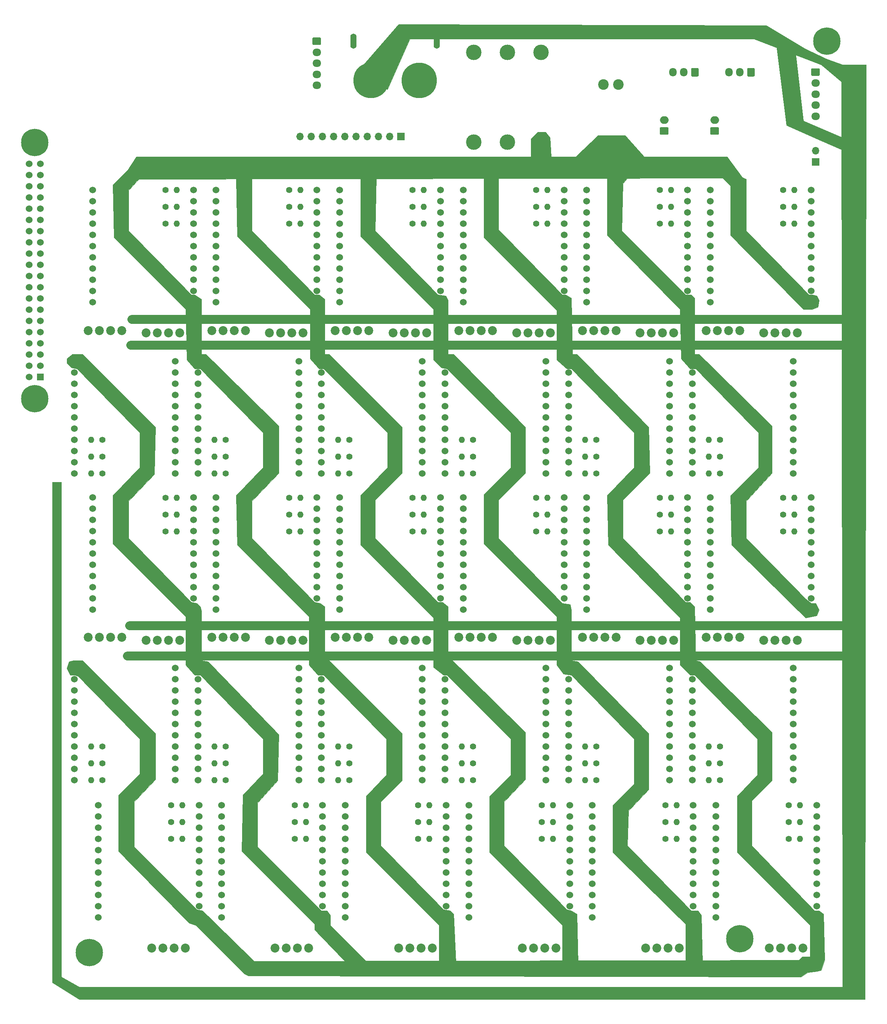
<source format=gbr>
%TF.GenerationSoftware,KiCad,Pcbnew,5.1.8-db9833491~88~ubuntu20.04.1*%
%TF.CreationDate,2020-12-02T17:03:32+01:00*%
%TF.ProjectId,motherboard,6d6f7468-6572-4626-9f61-72642e6b6963,rev?*%
%TF.SameCoordinates,Original*%
%TF.FileFunction,Soldermask,Bot*%
%TF.FilePolarity,Negative*%
%FSLAX46Y46*%
G04 Gerber Fmt 4.6, Leading zero omitted, Abs format (unit mm)*
G04 Created by KiCad (PCBNEW 5.1.8-db9833491~88~ubuntu20.04.1) date 2020-12-02 17:03:32*
%MOMM*%
%LPD*%
G01*
G04 APERTURE LIST*
%ADD10C,2.000000*%
%ADD11C,0.100000*%
%ADD12C,3.500000*%
%ADD13C,1.524000*%
%ADD14C,6.200000*%
%ADD15R,1.524000X1.524000*%
%ADD16O,1.400000X3.400000*%
%ADD17C,8.000000*%
%ADD18O,1.700000X1.700000*%
%ADD19R,1.700000X1.700000*%
%ADD20O,2.000000X1.700000*%
%ADD21O,1.950000X1.700000*%
%ADD22C,2.020000*%
%ADD23O,1.400000X1.400000*%
%ADD24C,1.400000*%
%ADD25O,1.700000X1.950000*%
%ADD26C,2.400000*%
G04 APERTURE END LIST*
D10*
X53609000Y-209643000D02*
X215661000Y-209643000D01*
X54117000Y-202785000D02*
X216169000Y-202785000D01*
X54371000Y-139285000D02*
X216423000Y-139285000D01*
X54625000Y-133443000D02*
X216677000Y-133443000D01*
D11*
G36*
X204993000Y-72991000D02*
G01*
X206771000Y-88485000D01*
X215661000Y-92295000D01*
X215661000Y-95089000D01*
X209819000Y-92549000D01*
X202961000Y-89501000D01*
X200675000Y-71467000D01*
X204993000Y-72991000D01*
G37*
X204993000Y-72991000D02*
X206771000Y-88485000D01*
X215661000Y-92295000D01*
X215661000Y-95089000D01*
X209819000Y-92549000D01*
X202961000Y-89501000D01*
X200675000Y-71467000D01*
X204993000Y-72991000D01*
G36*
X198389000Y-66895000D02*
G01*
X207279000Y-72229000D01*
X212105000Y-74515000D01*
X215661000Y-75785000D01*
X215661000Y-79849000D01*
X210835000Y-75785000D01*
X195595000Y-69943000D01*
X117617000Y-69943000D01*
X112537000Y-81373000D01*
X104917000Y-78325000D01*
X115077000Y-66641000D01*
X198389000Y-66895000D01*
G37*
X198389000Y-66895000D02*
X207279000Y-72229000D01*
X212105000Y-74515000D01*
X215661000Y-75785000D01*
X215661000Y-79849000D01*
X210835000Y-75785000D01*
X195595000Y-69943000D01*
X117617000Y-69943000D01*
X112537000Y-81373000D01*
X104917000Y-78325000D01*
X115077000Y-66641000D01*
X198389000Y-66895000D01*
G36*
X38623000Y-282287000D02*
G01*
X42687000Y-284573000D01*
X42687000Y-287367000D01*
X36591000Y-283557000D01*
X36591000Y-170273000D01*
X38623000Y-170273000D01*
X38623000Y-282287000D01*
G37*
X38623000Y-282287000D02*
X42687000Y-284573000D01*
X42687000Y-287367000D01*
X36591000Y-283557000D01*
X36591000Y-170273000D01*
X38623000Y-170273000D01*
X38623000Y-282287000D01*
G36*
X220741000Y-287367000D02*
G01*
X42687000Y-287367000D01*
X42687000Y-284573000D01*
X215661000Y-284573000D01*
X215407000Y-75785000D01*
X220995000Y-75785000D01*
X220741000Y-287367000D01*
G37*
X220741000Y-287367000D02*
X42687000Y-287367000D01*
X42687000Y-284573000D01*
X215661000Y-284573000D01*
X215407000Y-75785000D01*
X220995000Y-75785000D01*
X220741000Y-287367000D01*
G36*
X165877000Y-102709000D02*
G01*
X165623000Y-113377000D01*
X180101000Y-127855000D01*
X181371000Y-127855000D01*
X182133000Y-128617000D01*
X182133000Y-141317000D01*
X183149000Y-141317000D01*
X199659000Y-157573000D01*
X199659000Y-168241000D01*
X193817000Y-174591000D01*
X193817000Y-182973000D01*
X207279000Y-196689000D01*
X208549000Y-197705000D01*
X209565000Y-197705000D01*
X210327000Y-199229000D01*
X209819000Y-200499000D01*
X207279000Y-201007000D01*
X190515000Y-184497000D01*
X190261000Y-173321000D01*
X196611000Y-166971000D01*
X196611000Y-159097000D01*
X182387000Y-144619000D01*
X181117000Y-144619000D01*
X179085000Y-142333000D01*
X178831000Y-131157000D01*
X162321000Y-114393000D01*
X162321000Y-101185000D01*
X167147000Y-101185000D01*
X165877000Y-102709000D01*
G37*
X165877000Y-102709000D02*
X165623000Y-113377000D01*
X180101000Y-127855000D01*
X181371000Y-127855000D01*
X182133000Y-128617000D01*
X182133000Y-141317000D01*
X183149000Y-141317000D01*
X199659000Y-157573000D01*
X199659000Y-168241000D01*
X193817000Y-174591000D01*
X193817000Y-182973000D01*
X207279000Y-196689000D01*
X208549000Y-197705000D01*
X209565000Y-197705000D01*
X210327000Y-199229000D01*
X209819000Y-200499000D01*
X207279000Y-201007000D01*
X190515000Y-184497000D01*
X190261000Y-173321000D01*
X196611000Y-166971000D01*
X196611000Y-159097000D01*
X182387000Y-144619000D01*
X181117000Y-144619000D01*
X179085000Y-142333000D01*
X178831000Y-131157000D01*
X162321000Y-114393000D01*
X162321000Y-101185000D01*
X167147000Y-101185000D01*
X165877000Y-102709000D01*
G36*
X109743000Y-113377000D02*
G01*
X123967000Y-127855000D01*
X125745000Y-128109000D01*
X126253000Y-129125000D01*
X126253000Y-141317000D01*
X127523000Y-141317000D01*
X143779000Y-157827000D01*
X143779000Y-168241000D01*
X137683000Y-174337000D01*
X137683000Y-182973000D01*
X152161000Y-197705000D01*
X153939000Y-197959000D01*
X154193000Y-199229000D01*
X154193000Y-210659000D01*
X155717000Y-210913000D01*
X171719000Y-227169000D01*
X171719000Y-239869000D01*
X167147000Y-244695000D01*
X166893000Y-252569000D01*
X181371000Y-267301000D01*
X182895000Y-267301000D01*
X183657000Y-268317000D01*
X183911000Y-279239000D01*
X180101000Y-278477000D01*
X180101000Y-270349000D01*
X163591000Y-254093000D01*
X163591000Y-243425000D01*
X168417000Y-238599000D01*
X168417000Y-228439000D01*
X154193000Y-213961000D01*
X152415000Y-213707000D01*
X150891000Y-211675000D01*
X150891000Y-200753000D01*
X134381000Y-184243000D01*
X134381000Y-173067000D01*
X140477000Y-166971000D01*
X140477000Y-159097000D01*
X125999000Y-144619000D01*
X124729000Y-144365000D01*
X122951000Y-142587000D01*
X122951000Y-131157000D01*
X106441000Y-114647000D01*
X106441000Y-101185000D01*
X109997000Y-101185000D01*
X109743000Y-113377000D01*
G37*
X109743000Y-113377000D02*
X123967000Y-127855000D01*
X125745000Y-128109000D01*
X126253000Y-129125000D01*
X126253000Y-141317000D01*
X127523000Y-141317000D01*
X143779000Y-157827000D01*
X143779000Y-168241000D01*
X137683000Y-174337000D01*
X137683000Y-182973000D01*
X152161000Y-197705000D01*
X153939000Y-197959000D01*
X154193000Y-199229000D01*
X154193000Y-210659000D01*
X155717000Y-210913000D01*
X171719000Y-227169000D01*
X171719000Y-239869000D01*
X167147000Y-244695000D01*
X166893000Y-252569000D01*
X181371000Y-267301000D01*
X182895000Y-267301000D01*
X183657000Y-268317000D01*
X183911000Y-279239000D01*
X180101000Y-278477000D01*
X180101000Y-270349000D01*
X163591000Y-254093000D01*
X163591000Y-243425000D01*
X168417000Y-238599000D01*
X168417000Y-228439000D01*
X154193000Y-213961000D01*
X152415000Y-213707000D01*
X150891000Y-211675000D01*
X150891000Y-200753000D01*
X134381000Y-184243000D01*
X134381000Y-173067000D01*
X140477000Y-166971000D01*
X140477000Y-159097000D01*
X125999000Y-144619000D01*
X124729000Y-144365000D01*
X122951000Y-142587000D01*
X122951000Y-131157000D01*
X106441000Y-114647000D01*
X106441000Y-101185000D01*
X109997000Y-101185000D01*
X109743000Y-113377000D01*
G36*
X137683000Y-113123000D02*
G01*
X152161000Y-127855000D01*
X152923000Y-127855000D01*
X154193000Y-128617000D01*
X154447000Y-141317000D01*
X155463000Y-141317000D01*
X171719000Y-157827000D01*
X171973000Y-168241000D01*
X165877000Y-174337000D01*
X165877000Y-182973000D01*
X180101000Y-197451000D01*
X181117000Y-197451000D01*
X182133000Y-198467000D01*
X182387000Y-210659000D01*
X183403000Y-210913000D01*
X199659000Y-226915000D01*
X199659000Y-237837000D01*
X195087000Y-242409000D01*
X195087000Y-252569000D01*
X209311000Y-267301000D01*
X210327000Y-267301000D01*
X211343000Y-268063000D01*
X211597000Y-278477000D01*
X205501000Y-278731000D01*
X206517000Y-277715000D01*
X208295000Y-277715000D01*
X208295000Y-270603000D01*
X191785000Y-254093000D01*
X191785000Y-241393000D01*
X196357000Y-236567000D01*
X196357000Y-228439000D01*
X182133000Y-213961000D01*
X181117000Y-213961000D01*
X178831000Y-211675000D01*
X178831000Y-201007000D01*
X162575000Y-184497000D01*
X162321000Y-173321000D01*
X168417000Y-166971000D01*
X168417000Y-159097000D01*
X154193000Y-144619000D01*
X153177000Y-144619000D01*
X150891000Y-142587000D01*
X150891000Y-131411000D01*
X134381000Y-114901000D01*
X134381000Y-101185000D01*
X137683000Y-101185000D01*
X137683000Y-113123000D01*
G37*
X137683000Y-113123000D02*
X152161000Y-127855000D01*
X152923000Y-127855000D01*
X154193000Y-128617000D01*
X154447000Y-141317000D01*
X155463000Y-141317000D01*
X171719000Y-157827000D01*
X171973000Y-168241000D01*
X165877000Y-174337000D01*
X165877000Y-182973000D01*
X180101000Y-197451000D01*
X181117000Y-197451000D01*
X182133000Y-198467000D01*
X182387000Y-210659000D01*
X183403000Y-210913000D01*
X199659000Y-226915000D01*
X199659000Y-237837000D01*
X195087000Y-242409000D01*
X195087000Y-252569000D01*
X209311000Y-267301000D01*
X210327000Y-267301000D01*
X211343000Y-268063000D01*
X211597000Y-278477000D01*
X205501000Y-278731000D01*
X206517000Y-277715000D01*
X208295000Y-277715000D01*
X208295000Y-270603000D01*
X191785000Y-254093000D01*
X191785000Y-241393000D01*
X196357000Y-236567000D01*
X196357000Y-228439000D01*
X182133000Y-213961000D01*
X181117000Y-213961000D01*
X178831000Y-211675000D01*
X178831000Y-201007000D01*
X162575000Y-184497000D01*
X162321000Y-173321000D01*
X168417000Y-166971000D01*
X168417000Y-159097000D01*
X154193000Y-144619000D01*
X153177000Y-144619000D01*
X150891000Y-142587000D01*
X150891000Y-131411000D01*
X134381000Y-114901000D01*
X134381000Y-101185000D01*
X137683000Y-101185000D01*
X137683000Y-113123000D01*
G36*
X81803000Y-113377000D02*
G01*
X96027000Y-127855000D01*
X97043000Y-127855000D01*
X98313000Y-128871000D01*
X98313000Y-141317000D01*
X99329000Y-141317000D01*
X115839000Y-157827000D01*
X115839000Y-168241000D01*
X109743000Y-174337000D01*
X109743000Y-182973000D01*
X123967000Y-197451000D01*
X124983000Y-197451000D01*
X126253000Y-198467000D01*
X126253000Y-210659000D01*
X127269000Y-210659000D01*
X143779000Y-226915000D01*
X143779000Y-237583000D01*
X138953000Y-242663000D01*
X138953000Y-252569000D01*
X153177000Y-267047000D01*
X154193000Y-267301000D01*
X155463000Y-268063000D01*
X155717000Y-279239000D01*
X152161000Y-279239000D01*
X152161000Y-270603000D01*
X135651000Y-254093000D01*
X135651000Y-241393000D01*
X140477000Y-236567000D01*
X140477000Y-228439000D01*
X125999000Y-213961000D01*
X125237000Y-213961000D01*
X122951000Y-212183000D01*
X122951000Y-201007000D01*
X106441000Y-184497000D01*
X106441000Y-173321000D01*
X112537000Y-166971000D01*
X112537000Y-159097000D01*
X98059000Y-144619000D01*
X97043000Y-144619000D01*
X95011000Y-142333000D01*
X95011000Y-131157000D01*
X78501000Y-114647000D01*
X78247000Y-101693000D01*
X81803000Y-101439000D01*
X81803000Y-113377000D01*
G37*
X81803000Y-113377000D02*
X96027000Y-127855000D01*
X97043000Y-127855000D01*
X98313000Y-128871000D01*
X98313000Y-141317000D01*
X99329000Y-141317000D01*
X115839000Y-157827000D01*
X115839000Y-168241000D01*
X109743000Y-174337000D01*
X109743000Y-182973000D01*
X123967000Y-197451000D01*
X124983000Y-197451000D01*
X126253000Y-198467000D01*
X126253000Y-210659000D01*
X127269000Y-210659000D01*
X143779000Y-226915000D01*
X143779000Y-237583000D01*
X138953000Y-242663000D01*
X138953000Y-252569000D01*
X153177000Y-267047000D01*
X154193000Y-267301000D01*
X155463000Y-268063000D01*
X155717000Y-279239000D01*
X152161000Y-279239000D01*
X152161000Y-270603000D01*
X135651000Y-254093000D01*
X135651000Y-241393000D01*
X140477000Y-236567000D01*
X140477000Y-228439000D01*
X125999000Y-213961000D01*
X125237000Y-213961000D01*
X122951000Y-212183000D01*
X122951000Y-201007000D01*
X106441000Y-184497000D01*
X106441000Y-173321000D01*
X112537000Y-166971000D01*
X112537000Y-159097000D01*
X98059000Y-144619000D01*
X97043000Y-144619000D01*
X95011000Y-142333000D01*
X95011000Y-131157000D01*
X78501000Y-114647000D01*
X78247000Y-101693000D01*
X81803000Y-101439000D01*
X81803000Y-113377000D01*
G36*
X59959000Y-157827000D02*
G01*
X59705000Y-168495000D01*
X53863000Y-174591000D01*
X53863000Y-182973000D01*
X67833000Y-197197000D01*
X68087000Y-197451000D01*
X69357000Y-197705000D01*
X70119000Y-198467000D01*
X70373000Y-199483000D01*
X70373000Y-210659000D01*
X71897000Y-210913000D01*
X87899000Y-227423000D01*
X87645000Y-237837000D01*
X83073000Y-242917000D01*
X83073000Y-252823000D01*
X97551000Y-267301000D01*
X98821000Y-267301000D01*
X99583000Y-268317000D01*
X99583000Y-270603000D01*
X107711000Y-278731000D01*
X102885000Y-278731000D01*
X96027000Y-271619000D01*
X96027000Y-270349000D01*
X79517000Y-253839000D01*
X79771000Y-241139000D01*
X84343000Y-236313000D01*
X84343000Y-228439000D01*
X70119000Y-213961000D01*
X68849000Y-213961000D01*
X66817000Y-211675000D01*
X66817000Y-200753000D01*
X50307000Y-184243000D01*
X50307000Y-173321000D01*
X56403000Y-166971000D01*
X56403000Y-159097000D01*
X42433000Y-144873000D01*
X42179000Y-144619000D01*
X40909000Y-144365000D01*
X39893000Y-143349000D01*
X39893000Y-142333000D01*
X41163000Y-141317000D01*
X43449000Y-141317000D01*
X59959000Y-157827000D01*
G37*
X59959000Y-157827000D02*
X59705000Y-168495000D01*
X53863000Y-174591000D01*
X53863000Y-182973000D01*
X67833000Y-197197000D01*
X68087000Y-197451000D01*
X69357000Y-197705000D01*
X70119000Y-198467000D01*
X70373000Y-199483000D01*
X70373000Y-210659000D01*
X71897000Y-210913000D01*
X87899000Y-227423000D01*
X87645000Y-237837000D01*
X83073000Y-242917000D01*
X83073000Y-252823000D01*
X97551000Y-267301000D01*
X98821000Y-267301000D01*
X99583000Y-268317000D01*
X99583000Y-270603000D01*
X107711000Y-278731000D01*
X102885000Y-278731000D01*
X96027000Y-271619000D01*
X96027000Y-270349000D01*
X79517000Y-253839000D01*
X79771000Y-241139000D01*
X84343000Y-236313000D01*
X84343000Y-228439000D01*
X70119000Y-213961000D01*
X68849000Y-213961000D01*
X66817000Y-211675000D01*
X66817000Y-200753000D01*
X50307000Y-184243000D01*
X50307000Y-173321000D01*
X56403000Y-166971000D01*
X56403000Y-159097000D01*
X42433000Y-144873000D01*
X42179000Y-144619000D01*
X40909000Y-144365000D01*
X39893000Y-143349000D01*
X39893000Y-142333000D01*
X41163000Y-141317000D01*
X43449000Y-141317000D01*
X59959000Y-157827000D01*
G36*
X59959000Y-227169000D02*
G01*
X59959000Y-237583000D01*
X55133000Y-242663000D01*
X55133000Y-252823000D01*
X69357000Y-267047000D01*
X70627000Y-267301000D01*
X82311000Y-278731000D01*
X81041000Y-282033000D01*
X80025000Y-281525000D01*
X69103000Y-270603000D01*
X67579000Y-270095000D01*
X51577000Y-253839000D01*
X51577000Y-241139000D01*
X56403000Y-236313000D01*
X56403000Y-228439000D01*
X42433000Y-214215000D01*
X41671000Y-213961000D01*
X40655000Y-213961000D01*
X39893000Y-212437000D01*
X40401000Y-210913000D01*
X41417000Y-210659000D01*
X43449000Y-210659000D01*
X59959000Y-227169000D01*
G37*
X59959000Y-227169000D02*
X59959000Y-237583000D01*
X55133000Y-242663000D01*
X55133000Y-252823000D01*
X69357000Y-267047000D01*
X70627000Y-267301000D01*
X82311000Y-278731000D01*
X81041000Y-282033000D01*
X80025000Y-281525000D01*
X69103000Y-270603000D01*
X67579000Y-270095000D01*
X51577000Y-253839000D01*
X51577000Y-241139000D01*
X56403000Y-236313000D01*
X56403000Y-228439000D01*
X42433000Y-214215000D01*
X41671000Y-213961000D01*
X40655000Y-213961000D01*
X39893000Y-212437000D01*
X40401000Y-210913000D01*
X41417000Y-210659000D01*
X43449000Y-210659000D01*
X59959000Y-227169000D01*
G36*
X210835000Y-280763000D02*
G01*
X209819000Y-281017000D01*
X207787000Y-281271000D01*
X206263000Y-282287000D01*
X81041000Y-282033000D01*
X82311000Y-278731000D01*
X211597000Y-278477000D01*
X210835000Y-280763000D01*
G37*
X210835000Y-280763000D02*
X209819000Y-281017000D01*
X207787000Y-281271000D01*
X206263000Y-282287000D01*
X81041000Y-282033000D01*
X82311000Y-278731000D01*
X211597000Y-278477000D01*
X210835000Y-280763000D01*
G36*
X56403000Y-101439000D02*
G01*
X53863000Y-104233000D01*
X53863000Y-113377000D01*
X68087000Y-127855000D01*
X68849000Y-127855000D01*
X70373000Y-128871000D01*
X70373000Y-141317000D01*
X71389000Y-141317000D01*
X87899000Y-157573000D01*
X87899000Y-168241000D01*
X81803000Y-174591000D01*
X81803000Y-182973000D01*
X96027000Y-197451000D01*
X97297000Y-197705000D01*
X98313000Y-198467000D01*
X98313000Y-210659000D01*
X99329000Y-210659000D01*
X115839000Y-227169000D01*
X115839000Y-237837000D01*
X111013000Y-242663000D01*
X111013000Y-252569000D01*
X125237000Y-267047000D01*
X126761000Y-267301000D01*
X127523000Y-268063000D01*
X128031000Y-278985000D01*
X124221000Y-278985000D01*
X124221000Y-270603000D01*
X107711000Y-254093000D01*
X107711000Y-241393000D01*
X112283000Y-236567000D01*
X112283000Y-228439000D01*
X98059000Y-213961000D01*
X96789000Y-213961000D01*
X94757000Y-211675000D01*
X94757000Y-200753000D01*
X78501000Y-184497000D01*
X78247000Y-173321000D01*
X84343000Y-166971000D01*
X84343000Y-159097000D01*
X70119000Y-144619000D01*
X68849000Y-144619000D01*
X67071000Y-142587000D01*
X66817000Y-131157000D01*
X50561000Y-114901000D01*
X50307000Y-102963000D01*
X53863000Y-99407000D01*
X56403000Y-101439000D01*
G37*
X56403000Y-101439000D02*
X53863000Y-104233000D01*
X53863000Y-113377000D01*
X68087000Y-127855000D01*
X68849000Y-127855000D01*
X70373000Y-128871000D01*
X70373000Y-141317000D01*
X71389000Y-141317000D01*
X87899000Y-157573000D01*
X87899000Y-168241000D01*
X81803000Y-174591000D01*
X81803000Y-182973000D01*
X96027000Y-197451000D01*
X97297000Y-197705000D01*
X98313000Y-198467000D01*
X98313000Y-210659000D01*
X99329000Y-210659000D01*
X115839000Y-227169000D01*
X115839000Y-237837000D01*
X111013000Y-242663000D01*
X111013000Y-252569000D01*
X125237000Y-267047000D01*
X126761000Y-267301000D01*
X127523000Y-268063000D01*
X128031000Y-278985000D01*
X124221000Y-278985000D01*
X124221000Y-270603000D01*
X107711000Y-254093000D01*
X107711000Y-241393000D01*
X112283000Y-236567000D01*
X112283000Y-228439000D01*
X98059000Y-213961000D01*
X96789000Y-213961000D01*
X94757000Y-211675000D01*
X94757000Y-200753000D01*
X78501000Y-184497000D01*
X78247000Y-173321000D01*
X84343000Y-166971000D01*
X84343000Y-159097000D01*
X70119000Y-144619000D01*
X68849000Y-144619000D01*
X67071000Y-142587000D01*
X66817000Y-131157000D01*
X50561000Y-114901000D01*
X50307000Y-102963000D01*
X53863000Y-99407000D01*
X56403000Y-101439000D01*
G36*
X149367000Y-92295000D02*
G01*
X149621000Y-96613000D01*
X145049000Y-96613000D01*
X145049000Y-92549000D01*
X146573000Y-91025000D01*
X148351000Y-91025000D01*
X149367000Y-92295000D01*
G37*
X149367000Y-92295000D02*
X149621000Y-96613000D01*
X145049000Y-96613000D01*
X145049000Y-92549000D01*
X146573000Y-91025000D01*
X148351000Y-91025000D01*
X149367000Y-92295000D01*
G36*
X170703000Y-96613000D02*
G01*
X155209000Y-96613000D01*
X160289000Y-91787000D01*
X166385000Y-91787000D01*
X170703000Y-96613000D01*
G37*
X170703000Y-96613000D02*
X155209000Y-96613000D01*
X160289000Y-91787000D01*
X166385000Y-91787000D01*
X170703000Y-96613000D01*
G36*
X193817000Y-101693000D02*
G01*
X193817000Y-113377000D01*
X208041000Y-127855000D01*
X208803000Y-127855000D01*
X209819000Y-128109000D01*
X210327000Y-129125000D01*
X210073000Y-130649000D01*
X208803000Y-131157000D01*
X206771000Y-131157000D01*
X190261000Y-114393000D01*
X190261000Y-103217000D01*
X188483000Y-101439000D01*
X190007000Y-99915000D01*
X193817000Y-101693000D01*
G37*
X193817000Y-101693000D02*
X193817000Y-113377000D01*
X208041000Y-127855000D01*
X208803000Y-127855000D01*
X209819000Y-128109000D01*
X210327000Y-129125000D01*
X210073000Y-130649000D01*
X208803000Y-131157000D01*
X206771000Y-131157000D01*
X190261000Y-114393000D01*
X190261000Y-103217000D01*
X188483000Y-101439000D01*
X190007000Y-99915000D01*
X193817000Y-101693000D01*
G36*
X193055000Y-101439000D02*
G01*
X52339000Y-101693000D01*
X55641000Y-96613000D01*
X189499000Y-96613000D01*
X193055000Y-101439000D01*
G37*
X193055000Y-101439000D02*
X52339000Y-101693000D01*
X55641000Y-96613000D01*
X189499000Y-96613000D01*
X193055000Y-101439000D01*
D12*
%TO.C,U33*%
X147335000Y-93311000D03*
X147335000Y-72991000D03*
X132095000Y-72991000D03*
X132095000Y-93311000D03*
X139715000Y-93311000D03*
X139715000Y-72991000D03*
%TD*%
D13*
%TO.C,U9*%
X176485000Y-150561000D03*
X176485000Y-148021000D03*
X176485000Y-145481000D03*
X176485000Y-142941000D03*
X176485000Y-153101000D03*
X176485000Y-155641000D03*
X176485000Y-158181000D03*
X176485000Y-160721000D03*
X176485000Y-163261000D03*
X176485000Y-165801000D03*
X176485000Y-168341000D03*
X153625000Y-142941000D03*
X153625000Y-145481000D03*
X153625000Y-148021000D03*
X153625000Y-150561000D03*
X153625000Y-153101000D03*
X153625000Y-155641000D03*
X153625000Y-158181000D03*
X153625000Y-160721000D03*
X153625000Y-163261000D03*
X153625000Y-165801000D03*
X153625000Y-168341000D03*
%TD*%
%TO.C,U7*%
X185735000Y-121886000D03*
X185735000Y-124426000D03*
X185735000Y-126966000D03*
X185735000Y-129506000D03*
X185735000Y-119346000D03*
X185735000Y-116806000D03*
X185735000Y-114266000D03*
X185735000Y-111726000D03*
X185735000Y-109186000D03*
X185735000Y-106646000D03*
X185735000Y-104106000D03*
X208595000Y-129506000D03*
X208595000Y-126966000D03*
X208595000Y-124426000D03*
X208595000Y-121886000D03*
X208595000Y-119346000D03*
X208595000Y-116806000D03*
X208595000Y-114266000D03*
X208595000Y-111726000D03*
X208595000Y-109186000D03*
X208595000Y-106646000D03*
X208595000Y-104106000D03*
%TD*%
%TO.C,U8*%
X204485000Y-150561000D03*
X204485000Y-148021000D03*
X204485000Y-145481000D03*
X204485000Y-142941000D03*
X204485000Y-153101000D03*
X204485000Y-155641000D03*
X204485000Y-158181000D03*
X204485000Y-160721000D03*
X204485000Y-163261000D03*
X204485000Y-165801000D03*
X204485000Y-168341000D03*
X181625000Y-142941000D03*
X181625000Y-145481000D03*
X181625000Y-148021000D03*
X181625000Y-150561000D03*
X181625000Y-153101000D03*
X181625000Y-155641000D03*
X181625000Y-158181000D03*
X181625000Y-160721000D03*
X181625000Y-163261000D03*
X181625000Y-165801000D03*
X181625000Y-168341000D03*
%TD*%
%TO.C,U11*%
X120485000Y-150561000D03*
X120485000Y-148021000D03*
X120485000Y-145481000D03*
X120485000Y-142941000D03*
X120485000Y-153101000D03*
X120485000Y-155641000D03*
X120485000Y-158181000D03*
X120485000Y-160721000D03*
X120485000Y-163261000D03*
X120485000Y-165801000D03*
X120485000Y-168341000D03*
X97625000Y-142941000D03*
X97625000Y-145481000D03*
X97625000Y-148021000D03*
X97625000Y-150561000D03*
X97625000Y-153101000D03*
X97625000Y-155641000D03*
X97625000Y-158181000D03*
X97625000Y-160721000D03*
X97625000Y-163261000D03*
X97625000Y-165801000D03*
X97625000Y-168341000D03*
%TD*%
%TO.C,U19*%
X185735000Y-191536000D03*
X185735000Y-194076000D03*
X185735000Y-196616000D03*
X185735000Y-199156000D03*
X185735000Y-188996000D03*
X185735000Y-186456000D03*
X185735000Y-183916000D03*
X185735000Y-181376000D03*
X185735000Y-178836000D03*
X185735000Y-176296000D03*
X185735000Y-173756000D03*
X208595000Y-199156000D03*
X208595000Y-196616000D03*
X208595000Y-194076000D03*
X208595000Y-191536000D03*
X208595000Y-188996000D03*
X208595000Y-186456000D03*
X208595000Y-183916000D03*
X208595000Y-181376000D03*
X208595000Y-178836000D03*
X208595000Y-176296000D03*
X208595000Y-173756000D03*
%TD*%
%TO.C,U18*%
X157735000Y-191536000D03*
X157735000Y-194076000D03*
X157735000Y-196616000D03*
X157735000Y-199156000D03*
X157735000Y-188996000D03*
X157735000Y-186456000D03*
X157735000Y-183916000D03*
X157735000Y-181376000D03*
X157735000Y-178836000D03*
X157735000Y-176296000D03*
X157735000Y-173756000D03*
X180595000Y-199156000D03*
X180595000Y-196616000D03*
X180595000Y-194076000D03*
X180595000Y-191536000D03*
X180595000Y-188996000D03*
X180595000Y-186456000D03*
X180595000Y-183916000D03*
X180595000Y-181376000D03*
X180595000Y-178836000D03*
X180595000Y-176296000D03*
X180595000Y-173756000D03*
%TD*%
%TO.C,U17*%
X129735000Y-191536000D03*
X129735000Y-194076000D03*
X129735000Y-196616000D03*
X129735000Y-199156000D03*
X129735000Y-188996000D03*
X129735000Y-186456000D03*
X129735000Y-183916000D03*
X129735000Y-181376000D03*
X129735000Y-178836000D03*
X129735000Y-176296000D03*
X129735000Y-173756000D03*
X152595000Y-199156000D03*
X152595000Y-196616000D03*
X152595000Y-194076000D03*
X152595000Y-191536000D03*
X152595000Y-188996000D03*
X152595000Y-186456000D03*
X152595000Y-183916000D03*
X152595000Y-181376000D03*
X152595000Y-178836000D03*
X152595000Y-176296000D03*
X152595000Y-173756000D03*
%TD*%
%TO.C,U22*%
X148485000Y-219976000D03*
X148485000Y-217436000D03*
X148485000Y-214896000D03*
X148485000Y-212356000D03*
X148485000Y-222516000D03*
X148485000Y-225056000D03*
X148485000Y-227596000D03*
X148485000Y-230136000D03*
X148485000Y-232676000D03*
X148485000Y-235216000D03*
X148485000Y-237756000D03*
X125625000Y-212356000D03*
X125625000Y-214896000D03*
X125625000Y-217436000D03*
X125625000Y-219976000D03*
X125625000Y-222516000D03*
X125625000Y-225056000D03*
X125625000Y-227596000D03*
X125625000Y-230136000D03*
X125625000Y-232676000D03*
X125625000Y-235216000D03*
X125625000Y-237756000D03*
%TD*%
%TO.C,U24*%
X92485000Y-219976000D03*
X92485000Y-217436000D03*
X92485000Y-214896000D03*
X92485000Y-212356000D03*
X92485000Y-222516000D03*
X92485000Y-225056000D03*
X92485000Y-227596000D03*
X92485000Y-230136000D03*
X92485000Y-232676000D03*
X92485000Y-235216000D03*
X92485000Y-237756000D03*
X69625000Y-212356000D03*
X69625000Y-214896000D03*
X69625000Y-217436000D03*
X69625000Y-219976000D03*
X69625000Y-222516000D03*
X69625000Y-225056000D03*
X69625000Y-227596000D03*
X69625000Y-230136000D03*
X69625000Y-232676000D03*
X69625000Y-235216000D03*
X69625000Y-237756000D03*
%TD*%
%TO.C,U23*%
X120485000Y-219976000D03*
X120485000Y-217436000D03*
X120485000Y-214896000D03*
X120485000Y-212356000D03*
X120485000Y-222516000D03*
X120485000Y-225056000D03*
X120485000Y-227596000D03*
X120485000Y-230136000D03*
X120485000Y-232676000D03*
X120485000Y-235216000D03*
X120485000Y-237756000D03*
X97625000Y-212356000D03*
X97625000Y-214896000D03*
X97625000Y-217436000D03*
X97625000Y-219976000D03*
X97625000Y-222516000D03*
X97625000Y-225056000D03*
X97625000Y-227596000D03*
X97625000Y-230136000D03*
X97625000Y-232676000D03*
X97625000Y-235216000D03*
X97625000Y-237756000D03*
%TD*%
%TO.C,U30*%
X159005000Y-261186000D03*
X159005000Y-263726000D03*
X159005000Y-266266000D03*
X159005000Y-268806000D03*
X159005000Y-258646000D03*
X159005000Y-256106000D03*
X159005000Y-253566000D03*
X159005000Y-251026000D03*
X159005000Y-248486000D03*
X159005000Y-245946000D03*
X159005000Y-243406000D03*
X181865000Y-268806000D03*
X181865000Y-266266000D03*
X181865000Y-263726000D03*
X181865000Y-261186000D03*
X181865000Y-258646000D03*
X181865000Y-256106000D03*
X181865000Y-253566000D03*
X181865000Y-251026000D03*
X181865000Y-248486000D03*
X181865000Y-245946000D03*
X181865000Y-243406000D03*
%TD*%
%TO.C,U29*%
X131005000Y-261186000D03*
X131005000Y-263726000D03*
X131005000Y-266266000D03*
X131005000Y-268806000D03*
X131005000Y-258646000D03*
X131005000Y-256106000D03*
X131005000Y-253566000D03*
X131005000Y-251026000D03*
X131005000Y-248486000D03*
X131005000Y-245946000D03*
X131005000Y-243406000D03*
X153865000Y-268806000D03*
X153865000Y-266266000D03*
X153865000Y-263726000D03*
X153865000Y-261186000D03*
X153865000Y-258646000D03*
X153865000Y-256106000D03*
X153865000Y-253566000D03*
X153865000Y-251026000D03*
X153865000Y-248486000D03*
X153865000Y-245946000D03*
X153865000Y-243406000D03*
%TD*%
%TO.C,U25*%
X64485000Y-219976000D03*
X64485000Y-217436000D03*
X64485000Y-214896000D03*
X64485000Y-212356000D03*
X64485000Y-222516000D03*
X64485000Y-225056000D03*
X64485000Y-227596000D03*
X64485000Y-230136000D03*
X64485000Y-232676000D03*
X64485000Y-235216000D03*
X64485000Y-237756000D03*
X41625000Y-212356000D03*
X41625000Y-214896000D03*
X41625000Y-217436000D03*
X41625000Y-219976000D03*
X41625000Y-222516000D03*
X41625000Y-225056000D03*
X41625000Y-227596000D03*
X41625000Y-230136000D03*
X41625000Y-232676000D03*
X41625000Y-235216000D03*
X41625000Y-237756000D03*
%TD*%
%TO.C,U2*%
X45735000Y-121886000D03*
X45735000Y-124426000D03*
X45735000Y-126966000D03*
X45735000Y-129506000D03*
X45735000Y-119346000D03*
X45735000Y-116806000D03*
X45735000Y-114266000D03*
X45735000Y-111726000D03*
X45735000Y-109186000D03*
X45735000Y-106646000D03*
X45735000Y-104106000D03*
X68595000Y-129506000D03*
X68595000Y-126966000D03*
X68595000Y-124426000D03*
X68595000Y-121886000D03*
X68595000Y-119346000D03*
X68595000Y-116806000D03*
X68595000Y-114266000D03*
X68595000Y-111726000D03*
X68595000Y-109186000D03*
X68595000Y-106646000D03*
X68595000Y-104106000D03*
%TD*%
%TO.C,U32*%
X187005000Y-261186000D03*
X187005000Y-263726000D03*
X187005000Y-266266000D03*
X187005000Y-268806000D03*
X187005000Y-258646000D03*
X187005000Y-256106000D03*
X187005000Y-253566000D03*
X187005000Y-251026000D03*
X187005000Y-248486000D03*
X187005000Y-245946000D03*
X187005000Y-243406000D03*
X209865000Y-268806000D03*
X209865000Y-266266000D03*
X209865000Y-263726000D03*
X209865000Y-261186000D03*
X209865000Y-258646000D03*
X209865000Y-256106000D03*
X209865000Y-253566000D03*
X209865000Y-251026000D03*
X209865000Y-248486000D03*
X209865000Y-245946000D03*
X209865000Y-243406000D03*
%TD*%
%TO.C,U28*%
X103005000Y-261186000D03*
X103005000Y-263726000D03*
X103005000Y-266266000D03*
X103005000Y-268806000D03*
X103005000Y-258646000D03*
X103005000Y-256106000D03*
X103005000Y-253566000D03*
X103005000Y-251026000D03*
X103005000Y-248486000D03*
X103005000Y-245946000D03*
X103005000Y-243406000D03*
X125865000Y-268806000D03*
X125865000Y-266266000D03*
X125865000Y-263726000D03*
X125865000Y-261186000D03*
X125865000Y-258646000D03*
X125865000Y-256106000D03*
X125865000Y-253566000D03*
X125865000Y-251026000D03*
X125865000Y-248486000D03*
X125865000Y-245946000D03*
X125865000Y-243406000D03*
%TD*%
%TO.C,U27*%
X75005000Y-261186000D03*
X75005000Y-263726000D03*
X75005000Y-266266000D03*
X75005000Y-268806000D03*
X75005000Y-258646000D03*
X75005000Y-256106000D03*
X75005000Y-253566000D03*
X75005000Y-251026000D03*
X75005000Y-248486000D03*
X75005000Y-245946000D03*
X75005000Y-243406000D03*
X97865000Y-268806000D03*
X97865000Y-266266000D03*
X97865000Y-263726000D03*
X97865000Y-261186000D03*
X97865000Y-258646000D03*
X97865000Y-256106000D03*
X97865000Y-253566000D03*
X97865000Y-251026000D03*
X97865000Y-248486000D03*
X97865000Y-245946000D03*
X97865000Y-243406000D03*
%TD*%
%TO.C,U26*%
X47005000Y-261186000D03*
X47005000Y-263726000D03*
X47005000Y-266266000D03*
X47005000Y-268806000D03*
X47005000Y-258646000D03*
X47005000Y-256106000D03*
X47005000Y-253566000D03*
X47005000Y-251026000D03*
X47005000Y-248486000D03*
X47005000Y-245946000D03*
X47005000Y-243406000D03*
X69865000Y-268806000D03*
X69865000Y-266266000D03*
X69865000Y-263726000D03*
X69865000Y-261186000D03*
X69865000Y-258646000D03*
X69865000Y-256106000D03*
X69865000Y-253566000D03*
X69865000Y-251026000D03*
X69865000Y-248486000D03*
X69865000Y-245946000D03*
X69865000Y-243406000D03*
%TD*%
%TO.C,U21*%
X176485000Y-219976000D03*
X176485000Y-217436000D03*
X176485000Y-214896000D03*
X176485000Y-212356000D03*
X176485000Y-222516000D03*
X176485000Y-225056000D03*
X176485000Y-227596000D03*
X176485000Y-230136000D03*
X176485000Y-232676000D03*
X176485000Y-235216000D03*
X176485000Y-237756000D03*
X153625000Y-212356000D03*
X153625000Y-214896000D03*
X153625000Y-217436000D03*
X153625000Y-219976000D03*
X153625000Y-222516000D03*
X153625000Y-225056000D03*
X153625000Y-227596000D03*
X153625000Y-230136000D03*
X153625000Y-232676000D03*
X153625000Y-235216000D03*
X153625000Y-237756000D03*
%TD*%
%TO.C,U20*%
X204485000Y-219976000D03*
X204485000Y-217436000D03*
X204485000Y-214896000D03*
X204485000Y-212356000D03*
X204485000Y-222516000D03*
X204485000Y-225056000D03*
X204485000Y-227596000D03*
X204485000Y-230136000D03*
X204485000Y-232676000D03*
X204485000Y-235216000D03*
X204485000Y-237756000D03*
X181625000Y-212356000D03*
X181625000Y-214896000D03*
X181625000Y-217436000D03*
X181625000Y-219976000D03*
X181625000Y-222516000D03*
X181625000Y-225056000D03*
X181625000Y-227596000D03*
X181625000Y-230136000D03*
X181625000Y-232676000D03*
X181625000Y-235216000D03*
X181625000Y-237756000D03*
%TD*%
%TO.C,U16*%
X101735000Y-191536000D03*
X101735000Y-194076000D03*
X101735000Y-196616000D03*
X101735000Y-199156000D03*
X101735000Y-188996000D03*
X101735000Y-186456000D03*
X101735000Y-183916000D03*
X101735000Y-181376000D03*
X101735000Y-178836000D03*
X101735000Y-176296000D03*
X101735000Y-173756000D03*
X124595000Y-199156000D03*
X124595000Y-196616000D03*
X124595000Y-194076000D03*
X124595000Y-191536000D03*
X124595000Y-188996000D03*
X124595000Y-186456000D03*
X124595000Y-183916000D03*
X124595000Y-181376000D03*
X124595000Y-178836000D03*
X124595000Y-176296000D03*
X124595000Y-173756000D03*
%TD*%
%TO.C,U15*%
X73735000Y-191536000D03*
X73735000Y-194076000D03*
X73735000Y-196616000D03*
X73735000Y-199156000D03*
X73735000Y-188996000D03*
X73735000Y-186456000D03*
X73735000Y-183916000D03*
X73735000Y-181376000D03*
X73735000Y-178836000D03*
X73735000Y-176296000D03*
X73735000Y-173756000D03*
X96595000Y-199156000D03*
X96595000Y-196616000D03*
X96595000Y-194076000D03*
X96595000Y-191536000D03*
X96595000Y-188996000D03*
X96595000Y-186456000D03*
X96595000Y-183916000D03*
X96595000Y-181376000D03*
X96595000Y-178836000D03*
X96595000Y-176296000D03*
X96595000Y-173756000D03*
%TD*%
%TO.C,U14*%
X45735000Y-191536000D03*
X45735000Y-194076000D03*
X45735000Y-196616000D03*
X45735000Y-199156000D03*
X45735000Y-188996000D03*
X45735000Y-186456000D03*
X45735000Y-183916000D03*
X45735000Y-181376000D03*
X45735000Y-178836000D03*
X45735000Y-176296000D03*
X45735000Y-173756000D03*
X68595000Y-199156000D03*
X68595000Y-196616000D03*
X68595000Y-194076000D03*
X68595000Y-191536000D03*
X68595000Y-188996000D03*
X68595000Y-186456000D03*
X68595000Y-183916000D03*
X68595000Y-181376000D03*
X68595000Y-178836000D03*
X68595000Y-176296000D03*
X68595000Y-173756000D03*
%TD*%
%TO.C,U13*%
X64485000Y-150561000D03*
X64485000Y-148021000D03*
X64485000Y-145481000D03*
X64485000Y-142941000D03*
X64485000Y-153101000D03*
X64485000Y-155641000D03*
X64485000Y-158181000D03*
X64485000Y-160721000D03*
X64485000Y-163261000D03*
X64485000Y-165801000D03*
X64485000Y-168341000D03*
X41625000Y-142941000D03*
X41625000Y-145481000D03*
X41625000Y-148021000D03*
X41625000Y-150561000D03*
X41625000Y-153101000D03*
X41625000Y-155641000D03*
X41625000Y-158181000D03*
X41625000Y-160721000D03*
X41625000Y-163261000D03*
X41625000Y-165801000D03*
X41625000Y-168341000D03*
%TD*%
%TO.C,U12*%
X92485000Y-150561000D03*
X92485000Y-148021000D03*
X92485000Y-145481000D03*
X92485000Y-142941000D03*
X92485000Y-153101000D03*
X92485000Y-155641000D03*
X92485000Y-158181000D03*
X92485000Y-160721000D03*
X92485000Y-163261000D03*
X92485000Y-165801000D03*
X92485000Y-168341000D03*
X69625000Y-142941000D03*
X69625000Y-145481000D03*
X69625000Y-148021000D03*
X69625000Y-150561000D03*
X69625000Y-153101000D03*
X69625000Y-155641000D03*
X69625000Y-158181000D03*
X69625000Y-160721000D03*
X69625000Y-163261000D03*
X69625000Y-165801000D03*
X69625000Y-168341000D03*
%TD*%
%TO.C,U10*%
X148485000Y-150561000D03*
X148485000Y-148021000D03*
X148485000Y-145481000D03*
X148485000Y-142941000D03*
X148485000Y-153101000D03*
X148485000Y-155641000D03*
X148485000Y-158181000D03*
X148485000Y-160721000D03*
X148485000Y-163261000D03*
X148485000Y-165801000D03*
X148485000Y-168341000D03*
X125625000Y-142941000D03*
X125625000Y-145481000D03*
X125625000Y-148021000D03*
X125625000Y-150561000D03*
X125625000Y-153101000D03*
X125625000Y-155641000D03*
X125625000Y-158181000D03*
X125625000Y-160721000D03*
X125625000Y-163261000D03*
X125625000Y-165801000D03*
X125625000Y-168341000D03*
%TD*%
%TO.C,U6*%
X157735000Y-121886000D03*
X157735000Y-124426000D03*
X157735000Y-126966000D03*
X157735000Y-129506000D03*
X157735000Y-119346000D03*
X157735000Y-116806000D03*
X157735000Y-114266000D03*
X157735000Y-111726000D03*
X157735000Y-109186000D03*
X157735000Y-106646000D03*
X157735000Y-104106000D03*
X180595000Y-129506000D03*
X180595000Y-126966000D03*
X180595000Y-124426000D03*
X180595000Y-121886000D03*
X180595000Y-119346000D03*
X180595000Y-116806000D03*
X180595000Y-114266000D03*
X180595000Y-111726000D03*
X180595000Y-109186000D03*
X180595000Y-106646000D03*
X180595000Y-104106000D03*
%TD*%
%TO.C,U5*%
X129735000Y-121886000D03*
X129735000Y-124426000D03*
X129735000Y-126966000D03*
X129735000Y-129506000D03*
X129735000Y-119346000D03*
X129735000Y-116806000D03*
X129735000Y-114266000D03*
X129735000Y-111726000D03*
X129735000Y-109186000D03*
X129735000Y-106646000D03*
X129735000Y-104106000D03*
X152595000Y-129506000D03*
X152595000Y-126966000D03*
X152595000Y-124426000D03*
X152595000Y-121886000D03*
X152595000Y-119346000D03*
X152595000Y-116806000D03*
X152595000Y-114266000D03*
X152595000Y-111726000D03*
X152595000Y-109186000D03*
X152595000Y-106646000D03*
X152595000Y-104106000D03*
%TD*%
%TO.C,U4*%
X101735000Y-121886000D03*
X101735000Y-124426000D03*
X101735000Y-126966000D03*
X101735000Y-129506000D03*
X101735000Y-119346000D03*
X101735000Y-116806000D03*
X101735000Y-114266000D03*
X101735000Y-111726000D03*
X101735000Y-109186000D03*
X101735000Y-106646000D03*
X101735000Y-104106000D03*
X124595000Y-129506000D03*
X124595000Y-126966000D03*
X124595000Y-124426000D03*
X124595000Y-121886000D03*
X124595000Y-119346000D03*
X124595000Y-116806000D03*
X124595000Y-114266000D03*
X124595000Y-111726000D03*
X124595000Y-109186000D03*
X124595000Y-106646000D03*
X124595000Y-104106000D03*
%TD*%
%TO.C,U3*%
X73735000Y-121886000D03*
X73735000Y-124426000D03*
X73735000Y-126966000D03*
X73735000Y-129506000D03*
X73735000Y-119346000D03*
X73735000Y-116806000D03*
X73735000Y-114266000D03*
X73735000Y-111726000D03*
X73735000Y-109186000D03*
X73735000Y-106646000D03*
X73735000Y-104106000D03*
X96595000Y-129506000D03*
X96595000Y-126966000D03*
X96595000Y-124426000D03*
X96595000Y-121886000D03*
X96595000Y-119346000D03*
X96595000Y-116806000D03*
X96595000Y-114266000D03*
X96595000Y-111726000D03*
X96595000Y-109186000D03*
X96595000Y-106646000D03*
X96595000Y-104106000D03*
%TD*%
D14*
%TO.C,*%
X45024400Y-276803000D03*
%TD*%
%TO.C,*%
X212105000Y-70428000D03*
%TD*%
D13*
%TO.C,U1*%
X31395000Y-98231000D03*
X31395000Y-100771000D03*
X31395000Y-103311000D03*
X31395000Y-105851000D03*
X31395000Y-108391000D03*
X31395000Y-110931000D03*
X33935000Y-98231000D03*
X33935000Y-100771000D03*
X33935000Y-103311000D03*
X33935000Y-105851000D03*
X33935000Y-108391000D03*
X33935000Y-110931000D03*
X31395000Y-113471000D03*
X33935000Y-113471000D03*
X31395000Y-116011000D03*
X31395000Y-118551000D03*
X31395000Y-121091000D03*
X31395000Y-123631000D03*
X31395000Y-126171000D03*
X31395000Y-128711000D03*
X33935000Y-116011000D03*
X33935000Y-118551000D03*
X33935000Y-121091000D03*
X33935000Y-123631000D03*
X33935000Y-126171000D03*
X33935000Y-128711000D03*
X31395000Y-131251000D03*
X33935000Y-131251000D03*
X31395000Y-133791000D03*
X31395000Y-136331000D03*
X31395000Y-138871000D03*
X31395000Y-141411000D03*
X31395000Y-143951000D03*
X31395000Y-146491000D03*
X33935000Y-133791000D03*
X33935000Y-136331000D03*
X33935000Y-138871000D03*
X33935000Y-141411000D03*
X33935000Y-143951000D03*
D15*
X33935000Y-146491000D03*
D14*
X32665000Y-151361000D03*
X32665000Y-93361000D03*
%TD*%
D16*
%TO.C,J2*%
X123765000Y-70441000D03*
X104865000Y-70441000D03*
D17*
X108865000Y-79341000D03*
X119765000Y-79341000D03*
%TD*%
D14*
%TO.C,*%
X192420000Y-273651000D03*
%TD*%
D18*
%TO.C,J38*%
X92725000Y-92041000D03*
X95265000Y-92041000D03*
X97805000Y-92041000D03*
X100345000Y-92041000D03*
X102885000Y-92041000D03*
X105425000Y-92041000D03*
X107965000Y-92041000D03*
X110505000Y-92041000D03*
X113045000Y-92041000D03*
D19*
X115585000Y-92041000D03*
%TD*%
D18*
%TO.C,JP1*%
X209565000Y-95216000D03*
D19*
X209565000Y-97756000D03*
%TD*%
D20*
%TO.C,J37*%
X186705000Y-88271000D03*
G36*
G01*
X187455000Y-91621000D02*
X185955000Y-91621000D01*
G75*
G02*
X185705000Y-91371000I0J250000D01*
G01*
X185705000Y-90171000D01*
G75*
G02*
X185955000Y-89921000I250000J0D01*
G01*
X187455000Y-89921000D01*
G75*
G02*
X187705000Y-90171000I0J-250000D01*
G01*
X187705000Y-91371000D01*
G75*
G02*
X187455000Y-91621000I-250000J0D01*
G01*
G37*
%TD*%
%TO.C,J36*%
X175275000Y-88271000D03*
G36*
G01*
X176025000Y-91621000D02*
X174525000Y-91621000D01*
G75*
G02*
X174275000Y-91371000I0J250000D01*
G01*
X174275000Y-90171000D01*
G75*
G02*
X174525000Y-89921000I250000J0D01*
G01*
X176025000Y-89921000D01*
G75*
G02*
X176275000Y-90171000I0J-250000D01*
G01*
X176275000Y-91371000D01*
G75*
G02*
X176025000Y-91621000I-250000J0D01*
G01*
G37*
%TD*%
D21*
%TO.C,J1*%
X96535000Y-80451000D03*
X96535000Y-77951000D03*
X96535000Y-75451000D03*
X96535000Y-72951000D03*
G36*
G01*
X95810000Y-69601000D02*
X97260000Y-69601000D01*
G75*
G02*
X97510000Y-69851000I0J-250000D01*
G01*
X97510000Y-71051000D01*
G75*
G02*
X97260000Y-71301000I-250000J0D01*
G01*
X95810000Y-71301000D01*
G75*
G02*
X95560000Y-71051000I0J250000D01*
G01*
X95560000Y-69851000D01*
G75*
G02*
X95810000Y-69601000I250000J0D01*
G01*
G37*
%TD*%
D22*
%TO.C,J11*%
X197841000Y-136457000D03*
X200381000Y-136457000D03*
X202921000Y-136457000D03*
X205461000Y-136457000D03*
%TD*%
D23*
%TO.C,R91*%
X206089000Y-247257000D03*
D24*
X203549000Y-247257000D03*
%TD*%
D23*
%TO.C,R90*%
X206089000Y-243447000D03*
D24*
X203549000Y-243447000D03*
%TD*%
D23*
%TO.C,R89*%
X206089000Y-251067000D03*
D24*
X203549000Y-251067000D03*
%TD*%
D23*
%TO.C,R88*%
X178089000Y-247257000D03*
D24*
X175549000Y-247257000D03*
%TD*%
D23*
%TO.C,R87*%
X178089000Y-243447000D03*
D24*
X175549000Y-243447000D03*
%TD*%
D23*
%TO.C,R86*%
X178089000Y-251067000D03*
D24*
X175549000Y-251067000D03*
%TD*%
D23*
%TO.C,R85*%
X150089000Y-247257000D03*
D24*
X147549000Y-247257000D03*
%TD*%
D23*
%TO.C,R84*%
X150089000Y-243447000D03*
D24*
X147549000Y-243447000D03*
%TD*%
D23*
%TO.C,R83*%
X150089000Y-251067000D03*
D24*
X147549000Y-251067000D03*
%TD*%
D23*
%TO.C,R82*%
X122089000Y-247257000D03*
D24*
X119549000Y-247257000D03*
%TD*%
D23*
%TO.C,R81*%
X122089000Y-243447000D03*
D24*
X119549000Y-243447000D03*
%TD*%
D23*
%TO.C,R80*%
X122089000Y-251067000D03*
D24*
X119549000Y-251067000D03*
%TD*%
D23*
%TO.C,R79*%
X94089000Y-247257000D03*
D24*
X91549000Y-247257000D03*
%TD*%
D23*
%TO.C,R78*%
X94089000Y-243447000D03*
D24*
X91549000Y-243447000D03*
%TD*%
D23*
%TO.C,R77*%
X94089000Y-251067000D03*
D24*
X91549000Y-251067000D03*
%TD*%
D23*
%TO.C,R76*%
X66089000Y-247257000D03*
D24*
X63549000Y-247257000D03*
%TD*%
D23*
%TO.C,R75*%
X66089000Y-243447000D03*
D24*
X63549000Y-243447000D03*
%TD*%
D23*
%TO.C,R74*%
X66089000Y-251067000D03*
D24*
X63549000Y-251067000D03*
%TD*%
D23*
%TO.C,R73*%
X45401000Y-233905000D03*
D24*
X47941000Y-233905000D03*
%TD*%
D23*
%TO.C,R72*%
X45401000Y-237715000D03*
D24*
X47941000Y-237715000D03*
%TD*%
D23*
%TO.C,R71*%
X45401000Y-230095000D03*
D24*
X47941000Y-230095000D03*
%TD*%
D23*
%TO.C,R70*%
X73401000Y-233905000D03*
D24*
X75941000Y-233905000D03*
%TD*%
D23*
%TO.C,R69*%
X73401000Y-237715000D03*
D24*
X75941000Y-237715000D03*
%TD*%
D23*
%TO.C,R68*%
X73401000Y-230095000D03*
D24*
X75941000Y-230095000D03*
%TD*%
D23*
%TO.C,R67*%
X101401000Y-233905000D03*
D24*
X103941000Y-233905000D03*
%TD*%
D23*
%TO.C,R66*%
X101401000Y-237715000D03*
D24*
X103941000Y-237715000D03*
%TD*%
D23*
%TO.C,R65*%
X101401000Y-230095000D03*
D24*
X103941000Y-230095000D03*
%TD*%
D23*
%TO.C,R64*%
X129401000Y-233905000D03*
D24*
X131941000Y-233905000D03*
%TD*%
D23*
%TO.C,R63*%
X129401000Y-237715000D03*
D24*
X131941000Y-237715000D03*
%TD*%
D23*
%TO.C,R62*%
X129401000Y-230095000D03*
D24*
X131941000Y-230095000D03*
%TD*%
D23*
%TO.C,R61*%
X157401000Y-233905000D03*
D24*
X159941000Y-233905000D03*
%TD*%
D23*
%TO.C,R60*%
X157401000Y-237715000D03*
D24*
X159941000Y-237715000D03*
%TD*%
D23*
%TO.C,R59*%
X157401000Y-230095000D03*
D24*
X159941000Y-230095000D03*
%TD*%
D23*
%TO.C,R58*%
X185401000Y-233905000D03*
D24*
X187941000Y-233905000D03*
%TD*%
D23*
%TO.C,R57*%
X185401000Y-237715000D03*
D24*
X187941000Y-237715000D03*
%TD*%
D23*
%TO.C,R56*%
X185401000Y-230095000D03*
D24*
X187941000Y-230095000D03*
%TD*%
D23*
%TO.C,R55*%
X204819000Y-177607000D03*
D24*
X202279000Y-177607000D03*
%TD*%
D23*
%TO.C,R54*%
X204819000Y-173797000D03*
D24*
X202279000Y-173797000D03*
%TD*%
D23*
%TO.C,R53*%
X204819000Y-181417000D03*
D24*
X202279000Y-181417000D03*
%TD*%
D23*
%TO.C,R52*%
X176819000Y-177607000D03*
D24*
X174279000Y-177607000D03*
%TD*%
D23*
%TO.C,R51*%
X176819000Y-173797000D03*
D24*
X174279000Y-173797000D03*
%TD*%
D23*
%TO.C,R50*%
X176819000Y-181417000D03*
D24*
X174279000Y-181417000D03*
%TD*%
D23*
%TO.C,R49*%
X148819000Y-177607000D03*
D24*
X146279000Y-177607000D03*
%TD*%
D23*
%TO.C,R48*%
X148819000Y-173797000D03*
D24*
X146279000Y-173797000D03*
%TD*%
D23*
%TO.C,R47*%
X148819000Y-181417000D03*
D24*
X146279000Y-181417000D03*
%TD*%
D23*
%TO.C,R46*%
X120819000Y-177607000D03*
D24*
X118279000Y-177607000D03*
%TD*%
D23*
%TO.C,R45*%
X120819000Y-173797000D03*
D24*
X118279000Y-173797000D03*
%TD*%
D23*
%TO.C,R44*%
X120819000Y-181417000D03*
D24*
X118279000Y-181417000D03*
%TD*%
D23*
%TO.C,R43*%
X92819000Y-177607000D03*
D24*
X90279000Y-177607000D03*
%TD*%
D23*
%TO.C,R42*%
X92819000Y-173797000D03*
D24*
X90279000Y-173797000D03*
%TD*%
D23*
%TO.C,R41*%
X92819000Y-181417000D03*
D24*
X90279000Y-181417000D03*
%TD*%
D23*
%TO.C,R40*%
X64819000Y-177607000D03*
D24*
X62279000Y-177607000D03*
%TD*%
D23*
%TO.C,R39*%
X64819000Y-173797000D03*
D24*
X62279000Y-173797000D03*
%TD*%
D23*
%TO.C,R38*%
X64819000Y-181417000D03*
D24*
X62279000Y-181417000D03*
%TD*%
D23*
%TO.C,R37*%
X45401000Y-164490000D03*
D24*
X47941000Y-164490000D03*
%TD*%
D23*
%TO.C,R36*%
X45401000Y-168300000D03*
D24*
X47941000Y-168300000D03*
%TD*%
D23*
%TO.C,R35*%
X45401000Y-160680000D03*
D24*
X47941000Y-160680000D03*
%TD*%
D23*
%TO.C,R34*%
X73401000Y-164490000D03*
D24*
X75941000Y-164490000D03*
%TD*%
D23*
%TO.C,R33*%
X73401000Y-168300000D03*
D24*
X75941000Y-168300000D03*
%TD*%
D23*
%TO.C,R32*%
X73401000Y-160680000D03*
D24*
X75941000Y-160680000D03*
%TD*%
D23*
%TO.C,R31*%
X101401000Y-164490000D03*
D24*
X103941000Y-164490000D03*
%TD*%
D23*
%TO.C,R30*%
X101401000Y-168300000D03*
D24*
X103941000Y-168300000D03*
%TD*%
D23*
%TO.C,R29*%
X101401000Y-160680000D03*
D24*
X103941000Y-160680000D03*
%TD*%
D23*
%TO.C,R28*%
X129401000Y-164490000D03*
D24*
X131941000Y-164490000D03*
%TD*%
D23*
%TO.C,R27*%
X129401000Y-168300000D03*
D24*
X131941000Y-168300000D03*
%TD*%
D23*
%TO.C,R26*%
X129401000Y-160680000D03*
D24*
X131941000Y-160680000D03*
%TD*%
D23*
%TO.C,R25*%
X157401000Y-164490000D03*
D24*
X159941000Y-164490000D03*
%TD*%
D23*
%TO.C,R24*%
X157401000Y-168300000D03*
D24*
X159941000Y-168300000D03*
%TD*%
D23*
%TO.C,R23*%
X157401000Y-160680000D03*
D24*
X159941000Y-160680000D03*
%TD*%
D23*
%TO.C,R22*%
X185401000Y-164490000D03*
D24*
X187941000Y-164490000D03*
%TD*%
D23*
%TO.C,R21*%
X185401000Y-168300000D03*
D24*
X187941000Y-168300000D03*
%TD*%
D23*
%TO.C,R20*%
X185401000Y-160680000D03*
D24*
X187941000Y-160680000D03*
%TD*%
D23*
%TO.C,R19*%
X204819000Y-107957000D03*
D24*
X202279000Y-107957000D03*
%TD*%
D23*
%TO.C,R18*%
X204819000Y-104147000D03*
D24*
X202279000Y-104147000D03*
%TD*%
D23*
%TO.C,R17*%
X204819000Y-111767000D03*
D24*
X202279000Y-111767000D03*
%TD*%
D23*
%TO.C,R16*%
X176819000Y-107957000D03*
D24*
X174279000Y-107957000D03*
%TD*%
D23*
%TO.C,R15*%
X176819000Y-104147000D03*
D24*
X174279000Y-104147000D03*
%TD*%
D23*
%TO.C,R14*%
X176819000Y-111767000D03*
D24*
X174279000Y-111767000D03*
%TD*%
D23*
%TO.C,R13*%
X148819000Y-107957000D03*
D24*
X146279000Y-107957000D03*
%TD*%
D23*
%TO.C,R12*%
X148819000Y-104147000D03*
D24*
X146279000Y-104147000D03*
%TD*%
D23*
%TO.C,R11*%
X148819000Y-111767000D03*
D24*
X146279000Y-111767000D03*
%TD*%
D23*
%TO.C,R10*%
X120819000Y-107957000D03*
D24*
X118279000Y-107957000D03*
%TD*%
D23*
%TO.C,R9*%
X120819000Y-104147000D03*
D24*
X118279000Y-104147000D03*
%TD*%
D23*
%TO.C,R8*%
X120819000Y-111767000D03*
D24*
X118279000Y-111767000D03*
%TD*%
D23*
%TO.C,R7*%
X92819000Y-107957000D03*
D24*
X90279000Y-107957000D03*
%TD*%
D23*
%TO.C,R6*%
X92819000Y-104147000D03*
D24*
X90279000Y-104147000D03*
%TD*%
D23*
%TO.C,R5*%
X92819000Y-111767000D03*
D24*
X90279000Y-111767000D03*
%TD*%
D23*
%TO.C,R4*%
X64819000Y-107957000D03*
D24*
X62279000Y-107957000D03*
%TD*%
D23*
%TO.C,R3*%
X64819000Y-104147000D03*
D24*
X62279000Y-104147000D03*
%TD*%
D23*
%TO.C,R2*%
X64819000Y-111767000D03*
D24*
X62279000Y-111767000D03*
%TD*%
D22*
%TO.C,J35*%
X199111000Y-275757000D03*
X201651000Y-275757000D03*
X204191000Y-275757000D03*
X206731000Y-275757000D03*
%TD*%
%TO.C,J34*%
X171111000Y-275757000D03*
X173651000Y-275757000D03*
X176191000Y-275757000D03*
X178731000Y-275757000D03*
%TD*%
%TO.C,J33*%
X143111000Y-275757000D03*
X145651000Y-275757000D03*
X148191000Y-275757000D03*
X150731000Y-275757000D03*
%TD*%
%TO.C,J32*%
X115111000Y-275757000D03*
X117651000Y-275757000D03*
X120191000Y-275757000D03*
X122731000Y-275757000D03*
%TD*%
%TO.C,J31*%
X87111000Y-275757000D03*
X89651000Y-275757000D03*
X92191000Y-275757000D03*
X94731000Y-275757000D03*
%TD*%
%TO.C,J30*%
X59111000Y-275757000D03*
X61651000Y-275757000D03*
X64191000Y-275757000D03*
X66731000Y-275757000D03*
%TD*%
%TO.C,J29*%
X52379000Y-205405000D03*
X49839000Y-205405000D03*
X47299000Y-205405000D03*
X44759000Y-205405000D03*
%TD*%
%TO.C,J28*%
X80379000Y-205405000D03*
X77839000Y-205405000D03*
X75299000Y-205405000D03*
X72759000Y-205405000D03*
%TD*%
%TO.C,J27*%
X108379000Y-205405000D03*
X105839000Y-205405000D03*
X103299000Y-205405000D03*
X100759000Y-205405000D03*
%TD*%
%TO.C,J26*%
X136379000Y-205405000D03*
X133839000Y-205405000D03*
X131299000Y-205405000D03*
X128759000Y-205405000D03*
%TD*%
%TO.C,J25*%
X164379000Y-205405000D03*
X161839000Y-205405000D03*
X159299000Y-205405000D03*
X156759000Y-205405000D03*
%TD*%
%TO.C,J24*%
X192379000Y-205405000D03*
X189839000Y-205405000D03*
X187299000Y-205405000D03*
X184759000Y-205405000D03*
%TD*%
%TO.C,J23*%
X197841000Y-206107000D03*
X200381000Y-206107000D03*
X202921000Y-206107000D03*
X205461000Y-206107000D03*
%TD*%
%TO.C,J22*%
X169841000Y-206107000D03*
X172381000Y-206107000D03*
X174921000Y-206107000D03*
X177461000Y-206107000D03*
%TD*%
%TO.C,J21*%
X141841000Y-206107000D03*
X144381000Y-206107000D03*
X146921000Y-206107000D03*
X149461000Y-206107000D03*
%TD*%
%TO.C,J20*%
X113841000Y-206107000D03*
X116381000Y-206107000D03*
X118921000Y-206107000D03*
X121461000Y-206107000D03*
%TD*%
%TO.C,J19*%
X85841000Y-206107000D03*
X88381000Y-206107000D03*
X90921000Y-206107000D03*
X93461000Y-206107000D03*
%TD*%
%TO.C,J18*%
X57841000Y-206107000D03*
X60381000Y-206107000D03*
X62921000Y-206107000D03*
X65461000Y-206107000D03*
%TD*%
%TO.C,J17*%
X52379000Y-135990000D03*
X49839000Y-135990000D03*
X47299000Y-135990000D03*
X44759000Y-135990000D03*
%TD*%
%TO.C,J16*%
X80379000Y-135990000D03*
X77839000Y-135990000D03*
X75299000Y-135990000D03*
X72759000Y-135990000D03*
%TD*%
%TO.C,J15*%
X108379000Y-135990000D03*
X105839000Y-135990000D03*
X103299000Y-135990000D03*
X100759000Y-135990000D03*
%TD*%
%TO.C,J14*%
X136379000Y-135990000D03*
X133839000Y-135990000D03*
X131299000Y-135990000D03*
X128759000Y-135990000D03*
%TD*%
%TO.C,J13*%
X164379000Y-135990000D03*
X161839000Y-135990000D03*
X159299000Y-135990000D03*
X156759000Y-135990000D03*
%TD*%
%TO.C,J12*%
X192379000Y-135990000D03*
X189839000Y-135990000D03*
X187299000Y-135990000D03*
X184759000Y-135990000D03*
%TD*%
%TO.C,J10*%
X169841000Y-136457000D03*
X172381000Y-136457000D03*
X174921000Y-136457000D03*
X177461000Y-136457000D03*
%TD*%
%TO.C,J9*%
X141841000Y-136457000D03*
X144381000Y-136457000D03*
X146921000Y-136457000D03*
X149461000Y-136457000D03*
%TD*%
%TO.C,J8*%
X113841000Y-136457000D03*
X116381000Y-136457000D03*
X118921000Y-136457000D03*
X121461000Y-136457000D03*
%TD*%
%TO.C,J7*%
X85841000Y-136457000D03*
X88381000Y-136457000D03*
X90921000Y-136457000D03*
X93461000Y-136457000D03*
%TD*%
%TO.C,J6*%
X57841000Y-136457000D03*
X60381000Y-136457000D03*
X62921000Y-136457000D03*
X65461000Y-136457000D03*
%TD*%
D25*
%TO.C,J3*%
X177245000Y-77470000D03*
X179745000Y-77470000D03*
G36*
G01*
X183095000Y-76745000D02*
X183095000Y-78195000D01*
G75*
G02*
X182845000Y-78445000I-250000J0D01*
G01*
X181645000Y-78445000D01*
G75*
G02*
X181395000Y-78195000I0J250000D01*
G01*
X181395000Y-76745000D01*
G75*
G02*
X181645000Y-76495000I250000J0D01*
G01*
X182845000Y-76495000D01*
G75*
G02*
X183095000Y-76745000I0J-250000D01*
G01*
G37*
%TD*%
%TO.C,J4*%
X189945000Y-77470000D03*
X192445000Y-77470000D03*
G36*
G01*
X195795000Y-76745000D02*
X195795000Y-78195000D01*
G75*
G02*
X195545000Y-78445000I-250000J0D01*
G01*
X194345000Y-78445000D01*
G75*
G02*
X194095000Y-78195000I0J250000D01*
G01*
X194095000Y-76745000D01*
G75*
G02*
X194345000Y-76495000I250000J0D01*
G01*
X195545000Y-76495000D01*
G75*
G02*
X195795000Y-76745000I0J-250000D01*
G01*
G37*
%TD*%
D21*
%TO.C,J5*%
X209565000Y-87436000D03*
X209565000Y-84936000D03*
X209565000Y-82436000D03*
X209565000Y-79936000D03*
G36*
G01*
X208840000Y-76586000D02*
X210290000Y-76586000D01*
G75*
G02*
X210540000Y-76836000I0J-250000D01*
G01*
X210540000Y-78036000D01*
G75*
G02*
X210290000Y-78286000I-250000J0D01*
G01*
X208840000Y-78286000D01*
G75*
G02*
X208590000Y-78036000I0J250000D01*
G01*
X208590000Y-76836000D01*
G75*
G02*
X208840000Y-76586000I250000J0D01*
G01*
G37*
%TD*%
D26*
%TO.C,F1*%
X164910000Y-80226000D03*
X161510000Y-80226000D03*
X164910000Y-93696000D03*
X161510000Y-93696000D03*
%TD*%
M02*

</source>
